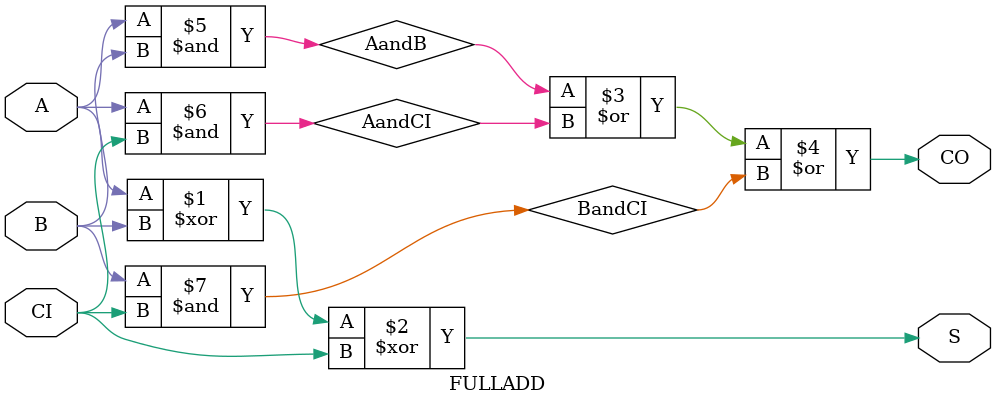
<source format=v>
module FULLADD(A,B,CI,S,CO);

	input A,B,CI;
	output S,CO;
	wire AandB,AandCI,BandCI;
	
	xor sum(S,A,B,CI);
	or carry(CO,AandB,AandCI,BandCI);
	and ab(AandB,A,B);
	and aci(AandCI,A,CI);
	and bci(BandCI,B,CI);
	endmodule
</source>
